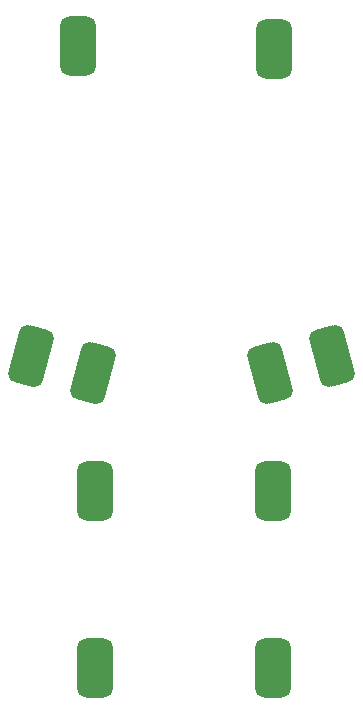
<source format=gbr>
%TF.GenerationSoftware,KiCad,Pcbnew,6.0.0-rc1-unknown-65cbf2d2b7~144~ubuntu18.04.1*%
%TF.CreationDate,2022-01-27T22:08:06+01:00*%
%TF.ProjectId,raketenpinguin,72616b65-7465-46e7-9069-6e6775696e2e,rev?*%
%TF.SameCoordinates,Original*%
%TF.FileFunction,Paste,Bot*%
%TF.FilePolarity,Positive*%
%FSLAX46Y46*%
G04 Gerber Fmt 4.6, Leading zero omitted, Abs format (unit mm)*
G04 Created by KiCad (PCBNEW 6.0.0-rc1-unknown-65cbf2d2b7~144~ubuntu18.04.1) date 2022-01-27 22:08:06*
%MOMM*%
%LPD*%
G01*
G04 APERTURE LIST*
G04 Aperture macros list*
%AMRoundRect*
0 Rectangle with rounded corners*
0 $1 Rounding radius*
0 $2 $3 $4 $5 $6 $7 $8 $9 X,Y pos of 4 corners*
0 Add a 4 corners polygon primitive as box body*
4,1,4,$2,$3,$4,$5,$6,$7,$8,$9,$2,$3,0*
0 Add four circle primitives for the rounded corners*
1,1,$1+$1,$2,$3*
1,1,$1+$1,$4,$5*
1,1,$1+$1,$6,$7*
1,1,$1+$1,$8,$9*
0 Add four rect primitives between the rounded corners*
20,1,$1+$1,$2,$3,$4,$5,0*
20,1,$1+$1,$4,$5,$6,$7,0*
20,1,$1+$1,$6,$7,$8,$9,0*
20,1,$1+$1,$8,$9,$2,$3,0*%
G04 Aperture macros list end*
%ADD10RoundRect,0.750000X0.750000X-1.750000X0.750000X1.750000X-0.750000X1.750000X-0.750000X-1.750000X0*%
%ADD11RoundRect,0.750000X1.177378X-1.496256X0.271511X1.884484X-1.177378X1.496256X-0.271511X-1.884484X0*%
%ADD12RoundRect,0.750000X0.271511X-1.884484X1.177378X1.496256X-0.271511X1.884484X-1.177378X-1.496256X0*%
G04 APERTURE END LIST*
D10*
%TO.C,R101*%
X87060000Y-80620000D03*
X87060000Y-95620000D03*
%TD*%
D11*
%TO.C,D101*%
X91998000Y-69181189D03*
X86782000Y-70578812D03*
%TD*%
D10*
%TO.C,J101*%
X70540000Y-42960000D03*
%TD*%
D12*
%TO.C,D102*%
X71798000Y-70578812D03*
X66582000Y-69181189D03*
%TD*%
D10*
%TO.C,J102*%
X87130000Y-43180000D03*
%TD*%
%TO.C,R102*%
X71980000Y-80620000D03*
X71980000Y-95620000D03*
%TD*%
M02*

</source>
